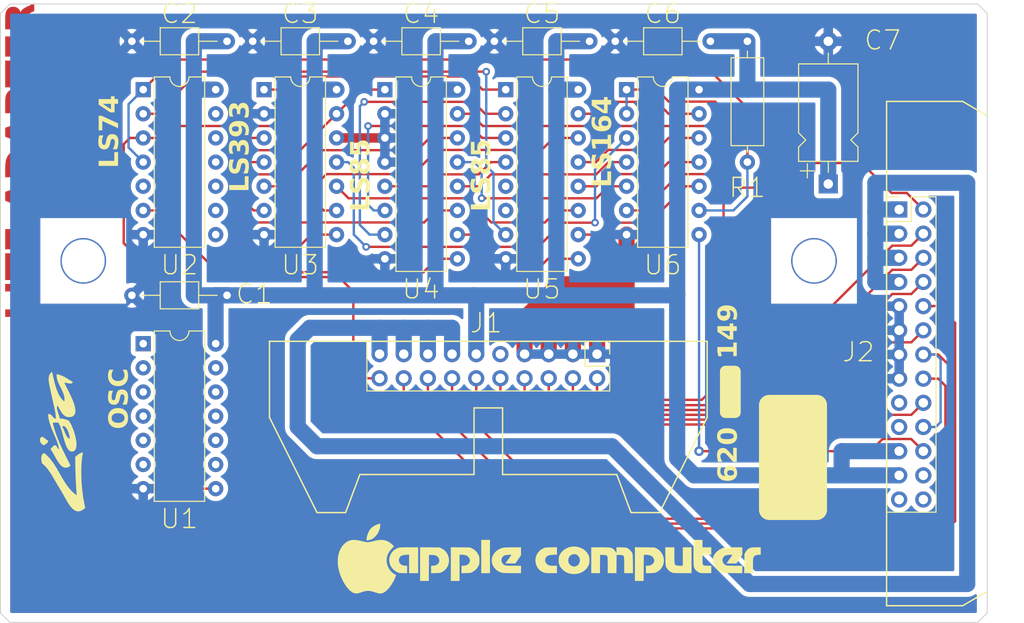
<source format=kicad_pcb>
(kicad_pcb (version 20221018) (generator pcbnew)
  (layers (0 "F.Cu" signal) (31 "B.Cu" signal) (34 "B.Paste" user) (35 "F.Paste" user) (36 "B.SilkS" user "B.Silkscreen") (37 "F.SilkS" user "F.Silkscreen") (38 "B.Mask" user) (39 "F.Mask" user) (44 "Edge.Cuts" user))
  (net 0 "")
  (net 1 "+5V")
  (net 2 "GND")
  (net 3 "+12V")
  (net 4 "Net-(J1-RD)")
  (net 5 "Net-(U2A-~{R})")
  (net 7 "Net-(U1-OUT)")
  (net 8 "Net-(U2A-D)")
  (net 16 "Net-(U3A-Q0)")
  (net 17 "Net-(U3A-Q1)")
  (net 18 "Net-(U3A-Q2)")
  (net 19 "Net-(U3A-Q3)")
  (net 20 "Net-(U3B-Q3)")
  (net 21 "Net-(U3B-Q2)")
  (net 22 "Net-(U3B-Q1)")
  (net 23 "Net-(U3B-Q0)")
  (net 24 "Net-(U4-Oa>b)")
  (net 25 "Net-(U4-Oa=b)")
  (net 26 "Net-(U4-Oa<b)")
  (net 27 "Net-(U4-A0)")
  (net 28 "Net-(U4-A1)")
  (net 29 "Net-(U4-A2)")
  (net 30 "Net-(U4-A3)")
  (net 33 "Net-(U5-A0)")
  (net 34 "Net-(U5-A1)")
  (net 35 "Net-(U5-A2)")
  (net 36 "Net-(U5-A3)")
  (net 37 "Net-(J1-CA0)")
  (net 38 "Net-(J1-CA1)")
  (net 39 "Net-(J1-CA2)")
  (net 40 "Net-(J1-LSTRB)")
  (net 42 "Net-(J1-WRTGATE)")
  (net 43 "Net-(J1-SEL)")
  (net 44 "Net-(J1-ENBL)")
  (net 45 "Net-(J1-WRTDATA)")
  (net 46 "Net-(J1-PWM)")
  (net 49 "Net-(J2-MOTRCLK)")
  (footprint "Package_DIP:DIP-16_W7.62mm" (layer "F.Cu") (at 93.2954 36.335)
    (fp_text reference "U4")
    (fp_text value "74LS85")
  )
  (footprint "Connector_PinHeader_2.54mm:PinHeader_2x10_P2.54mm_Vertical" (layer "F.Cu") (at 115.5954 64.135 -90)
    (fp_text reference "J1")
    (fp_text value "LisaLite FDD Connector")
  )
  (footprint "Capacitor_THT:C_Axial_L3.8mm_D2.6mm_P10.00mm_Horizontal" (layer "F.Cu") (at 117.5054 31.255)
    (fp_text reference "C6")
    (fp_text value "0.1uF 50V\n")
  )
  (footprint "Package_DIP:DIP-14_W7.62mm" (layer "F.Cu") (at 67.8954 36.335)
    (fp_text reference "U2")
    (fp_text value "74LS74")
  )
  (footprint "LOGO" (layer "F.Cu") (at 59.4232 73.3344 90)
    (fp_text reference "G***" hide)
    (fp_text value "LOGO" hide)
  )
  (footprint "LOGO" (layer "F.Cu") (at 110.528 85.7296)
    (fp_text reference "G***" hide)
    (fp_text value "LOGO" hide)
  )
  (footprint "Package_DIP:DIP-14_W7.62mm" (layer "F.Cu") (at 118.6954 36.335)
    (fp_text reference "U6")
    (fp_text value "74LS164")
  )
  (footprint "Resistor_THT:R_Axial_DIN0309_L9.0mm_D3.2mm_P12.70mm_Horizontal" (layer "F.Cu") (at 131.3954 31.255 -90)
    (fp_text reference "R1")
    (fp_text value "3.3K")
  )
  (footprint "Package_DIP:DIP-14_W7.62mm" (layer "F.Cu") (at 67.8954 63.035)
    (fp_text reference "U1")
    (fp_text value "5MHz XTAL")
  )
  (footprint "Capacitor_THT:CP_Axial_L10.0mm_D6.0mm_P15.00mm_Horizontal" (layer "F.Cu") (at 139.8954 46.255 90)
    (fp_text reference "C7")
    (fp_text value "10uF 16V")
  )
  (footprint "Capacitor_THT:C_Axial_L3.8mm_D2.6mm_P10.00mm_Horizontal" (layer "F.Cu") (at 104.8054 31.255)
    (fp_text reference "C5")
    (fp_text value "0.1uF 50V\n")
  )
  (footprint "Connector_PinHeader_2.54mm:PinHeader_2x13_P2.54mm_Vertical" (layer "F.Cu") (at 147.3454 48.935)
    (fp_text reference "J2")
    (fp_text value "LisaLite Twiggy Port Connector")
  )
  (footprint "Package_DIP:DIP-14_W7.62mm" (layer "F.Cu") (at 80.5954 36.335)
    (fp_text reference "U3")
    (fp_text value "74LS393")
  )
  (footprint "Capacitor_THT:C_Axial_L3.8mm_D2.6mm_P10.00mm_Horizontal" (layer "F.Cu") (at 66.7054 57.955)
    (fp_text reference "C1")
    (fp_text value "0.1uF 50V\n")
  )
  (footprint "Capacitor_THT:C_Axial_L3.8mm_D2.6mm_P10.00mm_Horizontal" (layer "F.Cu") (at 79.4054 31.255)
    (fp_text reference "C3")
    (fp_text value "0.1uF 50V\n")
  )
  (footprint "Package_DIP:DIP-16_W7.62mm" (layer "F.Cu") (at 105.9954 36.335)
    (fp_text reference "U5")
    (fp_text value "74LS85")
  )
  (footprint "Capacitor_THT:C_Axial_L3.8mm_D2.6mm_P10.00mm_Horizontal" (layer "F.Cu") (at 66.7054 31.255)
    (fp_text reference "C2")
    (fp_text value "0.1uF 50V\n")
  )
  (footprint "Capacitor_THT:C_Axial_L3.8mm_D2.6mm_P10.00mm_Horizontal" (layer "F.Cu") (at 92.1054 31.255)
    (fp_text reference "C4")
    (fp_text value "0.1uF 50V\n")
  )
  (gr_line (start 154.0246 37.5764) (end 156.5656 39.0764) (stroke (width 0.15)) (layer "F.SilkS"))
  (gr_line (start 105.6654 76.7888) (end 105.6654 69.7888) (stroke (width 0.15)) (layer "F.SilkS"))
  (gr_line (start 127.1654 70.7888) (end 122.1654 80.7888) (stroke (width 0.15)) (layer "F.SilkS"))
  (gr_line (start 102.6654 76.7888) (end 102.6654 69.7888) (stroke (width 0.15)) (layer "F.SilkS"))
  (gr_line (start 154.0246 90.5764) (end 156.5656 89.0778) (stroke (width 0.15)) (layer "F.SilkS"))
  (gr_line (start 81.1654 62.7888) (end 127.1654 62.7888) (stroke (width 0.15)) (layer "F.SilkS"))
  (gr_line (start 102.6654 69.7888) (end 105.6654 69.7888) (stroke (width 0.15)) (layer "F.SilkS"))
  (gr_line (start 119.1654 80.7888) (end 122.1654 80.7888) (stroke (width 0.15)) (layer "F.SilkS"))
  (gr_line (start 81.1654 62.7888) (end 81.1654 70.7888) (stroke (width 0.15)) (layer "F.SilkS"))
  (gr_line (start 89.1654 80.7888) (end 90.6654 76.7888) (stroke (width 0.15)) (layer "F.SilkS"))
  (gr_poly (pts (arc (start 130.6194 65.943) (mid 130.47061 65.58379) (end 130.1114 65.435)) (arc (start 129.0954 65.435) (mid 128.73619 65.58379) (end 128.5874 65.943)) (arc (start 128.5874 70.261) (mid 128.73619 70.62021) (end 129.0954 70.769)) (arc (start 130.1114 70.769) (mid 130.47061 70.62021) (end 130.6194 70.261))) (stroke (width 0.15)) (fill solid) (layer "F.SilkS"))
  (gr_line (start 146.0246 37.5764) (end 154.0246 37.5764) (stroke (width 0.15)) (layer "F.SilkS"))
  (gr_line (start 127.1654 62.7888) (end 127.1654 70.7888) (stroke (width 0.15)) (layer "F.SilkS"))
  (gr_line (start 105.6654 76.7888) (end 117.6654 76.7888) (stroke (width 0.15)) (layer "F.SilkS"))
  (gr_line (start 146.0246 90.5764) (end 146.0246 37.5764) (stroke (width 0.15)) (layer "F.SilkS"))
  (gr_poly (pts (arc (start 138.6872 81.4934) (mid 139.394306 81.200506) (end 139.6872 80.4934)) (arc (start 139.6872 69.4934) (mid 139.394307 68.786293) (end 138.6872 68.4934)) (arc (start 133.6872 68.4934) (mid 132.980093 68.786294) (end 132.6872 69.4934)) (arc (start 132.6872 80.4934) (mid 132.980094 81.200507) (end 133.6872 81.4934))) (stroke (width 0.15)) (fill solid) (layer "F.SilkS"))
  (gr_line (start 90.6654 76.7888) (end 102.6654 76.7888) (stroke (width 0.15)) (layer "F.SilkS"))
  (gr_line (start 146.0246 90.5764) (end 154.0246 90.5764) (stroke (width 0.15)) (layer "F.SilkS"))
  (gr_line (start 81.1654 70.7888) (end 86.1654 80.7888) (stroke (width 0.15)) (layer "F.SilkS"))
  (gr_line (start 86.1654 80.7888) (end 89.1654 80.7888) (stroke (width 0.15)) (layer "F.SilkS"))
  (gr_line (start 119.1654 80.7888) (end 117.6654 76.7888) (stroke (width 0.15)) (layer "F.SilkS"))
  (gr_line (start 52.8954 91.335) (end 52.8954 28.335) (stroke (width 0.1)) (layer "Edge.Cuts"))
  (gr_line (start 53.8954 27.335) (end 155.5954 27.335) (stroke (width 0.1)) (layer "Edge.Cuts"))
  (gr_line (start 155.5954 27.335) (end 156.5954 28.335) (stroke (width 0.1)) (layer "Edge.Cuts"))
  (gr_line (start 156.5954 28.335) (end 156.5954 91.335) (stroke (width 0.1)) (layer "Edge.Cuts"))
  (gr_line (start 155.5954 92.335) (end 53.8954 92.335) (stroke (width 0.1)) (layer "Edge.Cuts"))
  (gr_line (start 53.8954 27.335) (end 52.8954 28.335) (stroke (width 0.1)) (layer "Edge.Cuts"))
  (gr_line (start 52.8954 91.335) (end 53.8954 92.335) (stroke (width 0.1)) (layer "Edge.Cuts"))
  (gr_line (start 155.5954 92.335) (end 156.5954 91.335) (stroke (width 0.1)) (layer "Edge.Cuts"))
  (gr_text "LITE ADAPTER" (at 56.9594 60.609 90) (layer "F.Cu") (effects (font (size 3 3) (thickness 0.3) bold) (justify left bottom)))
  (gr_text "©   1983" (at 66.6114 91.597) (layer "F.Cu") (effects (font (size 2.5 2.5) (thickness 0.3) bold) (justify left bottom)))
  (gr_text "820-4043-A" (at 59.2454 88.295) (layer "F.Cu") (effects (font (size 2.5 2.5) (thickness 0.3) bold) (justify left bottom)))
  (gr_text "LS85" (at 104.7114 49.179 90) (layer "F.SilkS") (effects (font (size 2 2) (thickness 0.3) bold) (justify left bottom)))
  (gr_text "LS85" (at 92.0114 49.179 90) (layer "F.SilkS") (effects (font (size 2 2) (thickness 0.3) bold) (justify left bottom)))
  (gr_text "LS164" (at 117.4114 46.639 90) (layer "F.SilkS") (effects (font (size 2 2) (thickness 0.3) bold) (justify left bottom)))
  (gr_text "LS393" (at 79.3114 47.147 90) (layer "F.SilkS") (effects (font (size 2 2) (thickness 0.3) bold) (justify left bottom)))
  (gr_text "OSC" (at 66.6114 72.039 90) (layer "F.SilkS") (effects (font (size 2 2) (thickness 0.3) bold) (justify left bottom)))
  (gr_text "620 -" (at 130.6194 77.627 90) (layer "F.SilkS") (effects (font (size 2 2) (thickness 0.3) bold) (justify left bottom)))
  (gr_text "LS74" (at 65.5954 44.607 90) (layer "F.SilkS") (effects (font (size 2 2) (thickness 0.3) bold) (justify left bottom)))
  (gr_text "149" (at 130.6194 64.673 90) (layer "F.SilkS") (effects (font (size 2 2) (thickness 0.3) bold) (justify left bottom)))
  (via (at 61.5954 54.335) (size 4.8) (drill 4.5) (layers "F.Cu" "B.Cu") (net 0))
  (via (at 138.3954 54.335) (size 4.8) (drill 4.5) (layers "F.Cu" "B.Cu") (net 0))
  (segment (start 111.3154 36.335) (end 111.3154 31.255) (width 1.7) (layer "B.Cu") (net 1))
  (segment (start 124.0154 36.335) (end 126.3154 36.335) (width 1.7) (layer "B.Cu") (net 1))
  (segment (start 147.3454 76.875) (end 141.2974 76.875) (width 1.7) (layer "B.Cu") (net 1))
  (segment (start 111.3154 31.255) (end 114.8054 31.255) (width 1.7) (layer "B.Cu") (net 1))
  (segment (start 85.9154 36.335) (end 85.9154 31.255) (width 1.7) (layer "B.Cu") (net 1))
  (segment (start 111.3154 36.335) (end 113.6154 36.335) (width 1.7) (layer "B.Cu") (net 1))
  (segment (start 76.7054 57.955) (end 73.2154 57.955) (width 1.7) (layer "B.Cu") (net 1))
  (segment (start 76.7054 57.955) (end 75.5014 57.955) (width 1.7) (layer "B.Cu") (net 1))
  (segment (start 102.6032 57.955) (end 102.8954 58.2472) (width 1.7) (layer "B.Cu") (net 1))
  (segment (start 98.6154 36.335) (end 98.6154 31.255) (width 1.7) (layer "B.Cu") (net 1))
  (segment (start 131.3954 31.255) (end 127.5054 31.255) (width 1.7) (layer "B.Cu") (net 1))
  (segment (start 85.9154 57.955) (end 85.9154 36.335) (width 1.7) (layer "B.Cu") (net 1))
  (segment (start 141.2974 74.335) (end 141.2974 76.875) (width 1.7) (layer "B.Cu") (net 1))
  (segment (start 139.8954 36.335) (end 139.8954 46.255) (width 1.7) (layer "B.Cu") (net 1))
  (segment (start 73.2154 36.269) (end 73.2154 31.255) (width 1.7) (layer "B.Cu") (net 1))
  (segment (start 141.2974 76.875) (end 125.8034 76.875) (width 1.7) (layer "B.Cu") (net 1))
  (segment (start 73.2154 57.955) (end 73.2154 36.269) (width 1.7) (layer "B.Cu") (net 1))
  (segment (start 130.8734 36.335) (end 139.8954 36.335) (width 1.7) (layer "B.Cu") (net 1))
  (segment (start 73.2814 36.335) (end 75.5154 36.335) (width 1.7) (layer "B.Cu") (net 1))
  (segment (start 85.9154 36.335) (end 88.2154 36.335) (width 1.7) (layer "B.Cu") (net 1))
  (segment (start 131.3954 36.335) (end 131.3954 31.255) (width 1.7) (layer "B.Cu") (net 1))
  (segment (start 124.0154 75.087) (end 124.0154 57.815) (width 1.7) (layer "B.Cu") (net 1))
  (segment (start 147.3454 74.335) (end 141.2974 74.335) (width 1.7) (layer "B.Cu") (net 1))
  (segment (start 98.6154 31.255) (end 102.1054 31.255) (width 1.7) (layer "B.Cu") (net 1))
  (segment (start 75.5014 63.021) (end 75.5154 63.035) (width 1.7) (layer "B.Cu") (net 1))
  (segment (start 126.3154 36.335) (end 130.8734 36.335) (width 1.7) (layer "B.Cu") (net 1))
  (segment (start 124.0154 57.815) (end 124.0154 36.335) (width 1.7) (layer "B.Cu") (net 1))
  (segment (start 98.6154 36.335) (end 100.9154 36.335) (width 1.7) (layer "B.Cu") (net 1))
  (segment (start 102.8954 58.2472) (end 102.8954 64.135) (width 1.7) (layer "B.Cu") (net 1))
  (segment (start 125.8034 76.875) (end 124.0154 75.087) (width 1.7) (layer "B.Cu") (net 1))
  (segment (start 73.2154 31.255) (end 76.7054 31.255) (width 1.7) (layer "B.Cu") (net 1))
  (segment (start 111.3154 57.955) (end 111.3154 36.335) (width 1.7) (layer "B.Cu") (net 1))
  (segment (start 75.5014 57.955) (end 75.5014 63.021) (width 1.7) (layer "B.Cu") (net 1))
  (segment (start 123.8754 57.955) (end 124.0154 57.815) (width 1.7) (layer "B.Cu") (net 1))
  (segment (start 98.6154 57.955) (end 98.6154 36.335) (width 1.7) (layer "B.Cu") (net 1))
  (segment (start 76.7054 57.955) (end 123.8754 57.955) (width 1.7) (layer "B.Cu") (net 1))
  (segment (start 85.9154 31.255) (end 89.4054 31.255) (width 1.7) (layer "B.Cu") (net 1))
  (segment (start 88.2154 41.415) (end 93.2954 41.415) (width 1) (layer "F.Cu") (net 2))
  (segment (start 118.6954 55.783) (end 117.6794 56.799) (width 1.7) (layer "F.Cu") (net 2))
  (segment (start 113.0934 56.799) (end 111.5694 56.799) (width 1.7) (layer "F.Cu") (net 2))
  (segment (start 117.6794 56.799) (end 113.0934 56.799) (width 1.7) (layer "F.Cu") (net 2))
  (segment (start 115.5954 62.391) (end 115.5954 64.135) (width 1.7) (layer "F.Cu") (net 2))
  (segment (start 118.6954 59.291) (end 115.5954 62.391) (width 1.7) (layer "F.Cu") (net 2))
  (segment (start 111.5694 56.799) (end 107.9754 60.393) (width 1.7) (layer "F.Cu") (net 2))
  (segment (start 113.0554 62.391) (end 113.0554 64.135) (width 1.7) (layer "F.Cu") (net 2))
  (segment (start 118.6954 51.575) (end 118.6954 56.799) (width 1.7) (layer "F.Cu") (net 2))
  (segment (start 107.9754 60.393) (end 107.9754 64.135) (width 1.7) (layer "F.Cu") (net 2))
  (segment (start 118.6954 56.799) (end 118.6954 59.291) (width 1.7) (layer "F.Cu") (net 2))
  (segment (start 108.3604 62.006) (end 115.9804 62.006) (width 1.7) (layer "F.Cu") (net 2))
  (segment (start 110.5154 62.391) (end 110.5154 64.135) (width 1.7) (layer "F.Cu") (net 2))
  (segment (start 86.1694 73.817) (end 117.1574 73.817) (width 1.7) (layer "B.Cu") (net 3))
  (segment (start 97.8154 61.371) (end 97.8154 64.135) (width 1.7) (layer "B.Cu") (net 3))
  (segment (start 144.8534 56.555) (end 147.3454 56.555) (width 1.7) (layer "B.Cu") (net 3))
  (segment (start 144.8434 51.465) (end 144.8434 54.005) (width 1.7) (layer "B.Cu") (net 3))
  (segment (start 144.8534 51.475) (end 147.3454 51.475) (width 1.7) (layer "B.Cu") (net 3))
  (segment (start 144.8434 49.179) (end 144.8434 51.465) (width 1.7) (layer "B.Cu") (net 3))
  (segment (start 145.0874 48.935) (end 147.3454 48.935) (width 1.7) (layer "B.Cu") (net 3))
  (segment (start 95.2754 61.371) (end 95.2754 64.135) (width 1.7) (layer "B.Cu") (net 3))
  (segment (start 144.8434 46.131) (end 144.8434 49.179) (width 1.7) (layer "B.Cu") (net 3))
  (segment (start 144.8434 54.005) (end 144.8534 54.015) (width 1.7) (layer "B.Cu") (net 3))
  (segment (start 131.6354 88.295) (end 154.4954 88.295) (width 1.7) (layer "B.Cu") (net 3))
  (segment (start 117.1574 73.817) (end 131.6354 88.295) (width 1.7) (layer "B.Cu") (net 3))
  (segment (start 154.4954 88.295) (end 154.4954 46.131) (width 1.7) (layer "B.Cu") (net 3))
  (segment (start 144.8434 51.465) (end 144.8534 51.475) (width 1.7) (layer "B.Cu") (net 3))
  (segment (start 100.3554 61.371) (end 85.4074 61.371) (width 1.7) (layer "B.Cu") (net 3))
  (segment (start 144.8534 54.015) (end 147.3454 54.015) (width 1.7) (layer "B.Cu") (net 3))
  (segment (start 144.8434 54.005) (end 144.8434 56.545) (width 1.7) (layer "B.Cu") (net 3))
  (segment (start 84.1374 62.641) (end 84.1374 71.785) (width 1.7) (layer "B.Cu") (net 3))
  (segment (start 144.8434 56.545) (end 144.8534 56.555) (width 1.7) (layer "B.Cu") (net 3))
  (segment (start 84.1374 71.785) (end 86.1694 73.817) (width 1.7) (layer "B.Cu") (net 3))
  (segment (start 85.4074 61.371) (end 84.1374 62.641) (width 1.7) (layer "B.Cu") (net 3))
  (segment (start 154.4954 46.131) (end 144.8434 46.131) (width 1.7) (layer "B.Cu") (net 3))
  (segment (start 100.3554 61.371) (end 100.3554 64.135) (width 1.7) (layer "B.Cu") (net 3))
  (segment (start 144.8434 49.179) (end 145.0874 48.935) (width 1.7) (layer "B.Cu") (net 3))
  (segment (start 92.7354 61.371) (end 92.7354 64.135) (width 1.7) (layer "B.Cu") (net 3))
  (segment (start 151.4574 64.175) (end 149.8854 64.175) (width 0.25) (layer "F.Cu") (net 4))
  (segment (start 152.7174 81.183) (end 152.7174 65.435) (width 0.25) (layer "F.Cu") (net 4))
  (segment (start 97.8154 68.953) (end 110.8074 81.945) (width 0.25) (layer "F.Cu") (net 4))
  (segment (start 110.8074 81.945) (end 151.9554 81.945) (width 0.25) (layer "F.Cu") (net 4))
  (segment (start 97.8154 66.675) (end 97.8154 68.953) (width 0.25) (layer "F.Cu") (net 4))
  (segment (start 151.9554 81.945) (end 152.7174 81.183) (width 0.25) (layer "F.Cu") (net 4))
  (segment (start 152.7174 65.435) (end 151.4574 64.175) (width 0.25) (layer "F.Cu") (net 4))
  (segment (start 151.1834 71.795) (end 151.7014 71.277) (width 0.25) (layer "B.Cu") (net 4))
  (segment (start 151.7014 64.673) (end 151.2034 64.175) (width 0.25) (layer "B.Cu") (net 4))
  (segment (start 151.7014 71.277) (end 151.7014 64.673) (width 0.25) (layer "B.Cu") (net 4))
  (segment (start 149.8854 71.795) (end 151.1834 71.795) (width 0.25) (layer "B.Cu") (net 4))
  (segment (start 151.2034 64.175) (end 149.8854 64.175) (width 0.25) (layer "B.Cu") (net 4))
  (segment (start 71.0534 33.177) (end 126.3014 33.177) (width 0.25) (layer "F.Cu") (net 5))
  (segment (start 126.3014 33.177) (end 131.3954 38.271) (width 0.25) (layer "F.Cu") (net 5))
  (segment (start 67.8954 36.335) (end 71.0534 33.177) (width 0.25) (layer "F.Cu") (net 5))
  (segment (start 131.3954 38.271) (end 131.3954 43.955) (width 0.25) (layer "F.Cu") (net 5))
  (segment (start 67.8954 36.335) (end 66.3574 37.873) (width 0.25) (layer "B.Cu") (net 5))
  (segment (start 131.3954 47.5648) (end 129.9252 49.035) (width 0.25) (layer "B.Cu") (net 5))
  (segment (start 66.3574 37.873) (end 66.3574 42.417) (width 0.25) (layer "B.Cu") (net 5))
  (segment (start 131.3954 43.955) (end 131.3954 47.5648) (width 0.25) (layer "B.Cu") (net 5))
  (segment (start 66.3574 42.417) (end 67.8954 43.955) (width 0.25) (layer "B.Cu") (net 5))
  (segment (start 129.9252 49.035) (end 126.3154 49.035) (width 0.25) (layer "B.Cu") (net 5))
  (segment (start 81.9784 40.162) (end 82.3594 39.781) (width 0.25) (layer "F.Cu") (net 7))
  (segment (start 67.8954 41.415) (end 66.5014 41.415) (width 0.25) (layer "F.Cu") (net 7))
  (segment (start 65.8494 52.481) (end 71.6914 58.323) (width 0.25) (layer "F.Cu") (net 7))
  (segment (start 73.8634 78.275) (end 75.5154 78.275) (width 0.25) (layer "F.Cu") (net 7))
  (segment (start 70.0574 41.415) (end 71.3104 40.162) (width 0.25) (layer "F.Cu") (net 7))
  (segment (start 65.8494 42.067) (end 65.8494 52.481) (width 0.25) (layer "F.Cu") (net 7))
  (segment (start 71.6914 76.103) (end 73.8634 78.275) (width 0.25) (layer "F.Cu") (net 7))
  (segment (start 71.3104 40.162) (end 81.9784 40.162) (width 0.25) (layer "F.Cu") (net 7))
  (segment (start 67.8954 41.415) (end 70.0574 41.415) (width 0.25) (layer "F.Cu") (net 7))
  (segment (start 66.5014 41.415) (end 65.8494 42.067) (width 0.25) (layer "F.Cu") (net 7))
  (segment (start 82.3594 39.781) (end 82.3594 36.733) (width 0.25) (layer "F.Cu") (net 7))
  (segment (start 71.6914 58.323) (end 71.6914 76.103) (width 0.25) (layer "F.Cu") (net 7))
  (segment (start 81.9614 36.335) (end 80.5954 36.335) (width 0.25) (layer "F.Cu") (net 7))
  (segment (start 82.3594 36.733) (end 81.9614 36.335) (width 0.25) (layer "F.Cu") (net 7))
  (segment (start 73.7234 34.447) (end 103.9494 34.447) (width 0.25) (layer "F.Cu") (net 8))
  (segment (start 69.2954 38.875) (end 73.7234 34.447) (width 0.25) (layer "F.Cu") (net 8))
  (segment (start 67.8954 38.875) (end 69.2954 38.875) (width 0.25) (layer "F.Cu") (net 8))
  (via (at 103.9494 34.447) (size 0.8) (drill 0.4) (layers "F.Cu" "B.Cu") (net 8))
  (segment (start 104.7114 45.115) (end 104.7114 50.291) (width 0.25) (layer "B.Cu") (net 8))
  (segment (start 103.9494 44.353) (end 104.7114 45.115) (width 0.25) (layer "B.Cu") (net 8))
  (segment (start 103.9494 34.447) (end 103.9494 44.353) (width 0.25) (layer "B.Cu") (net 8))
  (segment (start 104.7114 50.291) (end 105.9954 51.575) (width 0.25) (layer "B.Cu") (net 8))
  (segment (start 79.0574 55.529) (end 97.3454 55.529) (width 0.25) (layer "F.Cu") (net 16))
  (segment (start 98.7594 54.115) (end 100.9154 54.115) (width 0.25) (layer "F.Cu") (net 16))
  (segment (start 77.9314 41.415) (end 77.2794 42.067) (width 0.25) (layer "F.Cu") (net 16))
  (segment (start 97.3454 55.529) (end 98.7594 54.115) (width 0.25) (layer "F.Cu") (net 16))
  (segment (start 77.2794 53.751) (end 79.0574 55.529) (width 0.25) (layer "F.Cu") (net 16))
  (segment (start 80.5954 41.415) (end 77.9314 41.415) (width 0.25) (layer "F.Cu") (net 16))
  (segment (start 77.2794 42.067) (end 77.2794 53.751) (width 0.25) (layer "F.Cu") (net 16))
  (segment (start 98.6832 49.035) (end 100.9154 49.035) (width 0.25) (layer "F.Cu") (net 17))
  (segment (start 97.4216 50.2966) (end 98.6832 49.035) (width 0.25) (layer "F.Cu") (net 17))
  (segment (start 80.5954 43.955) (end 79.0998 43.955) (width 0.25) (layer "F.Cu") (net 17))
  (segment (start 79.0998 43.955) (end 78.2374 44.8174) (width 0.25) (layer "F.Cu") (net 17))
  (segment (start 78.2374 44.8174) (end 78.2374 49.4258) (width 0.25) (layer "F.Cu") (net 17))
  (segment (start 78.2374 49.4258) (end 79.1082 50.2966) (width 0.25) (layer "F.Cu") (net 17))
  (segment (start 79.1082 50.2966) (end 97.4216 50.2966) (width 0.25) (layer "F.Cu") (net 17))
  (segment (start 82.859 46.495) (end 86.652 42.702) (width 0.25) (layer "F.Cu") (net 18))
  (segment (start 86.652 42.702) (end 96.7104 42.702) (width 0.25) (layer "F.Cu") (net 18))
  (segment (start 96.7104 42.702) (end 97.9974 41.415) (width 0.25) (layer "F.Cu") (net 18))
  (segment (start 97.9974 41.415) (end 100.9154 41.415) (width 0.25) (layer "F.Cu") (net 18))
  (segment (start 80.5954 46.495) (end 82.859 46.495) (width 0.25) (layer "F.Cu") (net 18))
  (segment (start 79.4976 49.035) (end 78.9558 48.4932) (width 0.25) (layer "F.Cu") (net 19))
  (segment (start 81.8484 45.242) (end 88.2154 38.875) (width 0.25) (layer "F.Cu") (net 19))
  (segment (start 78.9558 45.8262) (end 79.54 45.242) (width 0.25) (layer "F.Cu") (net 19))
  (segment (start 80.5954 49.035) (end 79.4976 49.035) (width 0.25) (layer "F.Cu") (net 19))
  (segment (start 79.54 45.242) (end 81.8484 45.242) (width 0.25) (layer "F.Cu") (net 19))
  (segment (start 88.2154 38.875) (end 90.7554 36.335) (width 0.25) (layer "F.Cu") (net 19))
  (segment (start 78.9558 48.4932) (end 78.9558 45.8262) (width 0.25) (layer "F.Cu") (net 19))
  (segment (start 90.7554 36.335) (end 93.2954 36.335) (width 0.25) (layer "F.Cu") (net 19))
  (segment (start 82.8674 41.305) (end 81.4704 42.702) (width 0.25) (layer "F.Cu") (net 20))
  (segment (start 83.6294 53.497) (end 85.5514 51.575) (width 0.25) (layer "F.Cu") (net 20))
  (segment (start 102.1714 34.955) (end 84.1374 34.955) (width 0.25) (layer "F.Cu") (net 20))
  (segment (start 105.9954 36.335) (end 103.5514 36.335) (width 0.25) (layer "F.Cu") (net 20))
  (segment (start 79.3114 53.497) (end 83.6294 53.497) (width 0.25) (layer "F.Cu") (net 20))
  (segment (start 84.1374 34.955) (end 82.8674 36.225) (width 0.25) (layer "F.Cu") (net 20))
  (segment (start 81.4704 42.702) (end 78.6256 42.702) (width 0.25) (layer "F.Cu") (net 20))
  (segment (start 78.6256 42.702) (end 77.7874 43.5402) (width 0.25) (layer "F.Cu") (net 20))
  (segment (start 77.7874 43.5402) (end 77.7874 51.973) (width 0.25) (layer "F.Cu") (net 20))
  (segment (start 77.7874 51.973) (end 79.3114 53.497) (width 0.25) (layer "F.Cu") (net 20))
  (segment (start 82.8674 36.225) (end 82.8674 41.305) (width 0.25) (layer "F.Cu") (net 20))
  (segment (start 103.5514 36.335) (end 102.1714 34.955) (width 0.25) (layer "F.Cu") (net 20))
  (segment (start 85.5514 51.575) (end 88.2154 51.575) (width 0.25) (layer "F.Cu") (net 20))
  (segment (start 86.8636 49.035) (end 86.3218 48.4932) (width 0.25) (layer "F.Cu") (net 21))
  (segment (start 86.3218 48.4932) (end 86.3218 46.0548) (width 0.25) (layer "F.Cu") (net 21))
  (segment (start 109.766 42.6766) (end 111.0276 41.415) (width 0.25) (layer "F.Cu") (net 21))
  (segment (start 87.16 45.2166) (end 96.2786 45.2166) (width 0.25) (layer "F.Cu") (net 21))
  (segment (start 86.3218 46.0548) (end 87.16 45.2166) (width 0.25) (layer "F.Cu") (net 21))
  (segment (start 98.8186 42.6766) (end 109.766 42.6766) (width 0.25) (layer "F.Cu") (net 21))
  (segment (start 111.0276 41.415) (end 113.6154 41.415) (width 0.25) (layer "F.Cu") (net 21))
  (segment (start 96.2786 45.2166) (end 98.8186 42.6766) (width 0.25) (layer "F.Cu") (net 21))
  (segment (start 88.2154 49.035) (end 86.8636 49.035) (width 0.25) (layer "F.Cu") (net 21))
  (segment (start 89.477 47.7566) (end 101.9428 47.7566) (width 0.25) (layer "F.Cu") (net 22))
  (segment (start 110.1216 50.2966) (end 111.3832 49.035) (width 0.25) (layer "F.Cu") (net 22))
  (segment (start 101.9428 47.7566) (end 104.4828 50.2966) (width 0.25) (layer "F.Cu") (net 22))
  (segment (start 104.4828 50.2966) (end 110.1216 50.2966) (width 0.25) (layer "F.Cu") (net 22))
  (segment (start 88.2154 46.495) (end 89.477 47.7566) (width 0.25) (layer "F.Cu") (net 22))
  (segment (start 111.3832 49.035) (end 113.6154 49.035) (width 0.25) (layer "F.Cu") (net 22))
  (segment (start 110.4434 54.115) (end 113.6154 54.115) (width 0.25) (layer "F.Cu") (net 23))
  (segment (start 108.7754 55.783) (end 110.4434 54.115) (width 0.25) (layer "F.Cu") (net 23))
  (segment (start 105.2448 55.783) (end 108.7754 55.783) (width 0.25) (layer "F.Cu") (net 23))
  (segment (start 91.3256 52.862) (end 102.3238 52.862) (width 0.25) (layer "F.Cu") (net 23))
  (segment (start 102.3238 52.862) (end 105.2448 55.783) (width 0.25) (layer "F.Cu") (net 23))
  (via (at 91.3256 52.862) (size 0.8) (drill 0.4) (layers "F.Cu" "B.Cu") (net 23))
  (segment (start 91.3256 52.862) (end 90.0302 51.5666) (width 0.25) (layer "B.Cu") (net 23))
  (segment (start 89.429 43.955) (end 88.2154 43.955) (width 0.25) (layer "B.Cu") (net 23))
  (segment (start 90.0302 51.5666) (end 90.0302 44.5562) (width 0.25) (layer "B.Cu") (net 23))
  (segment (start 90.0302 44.5562) (end 89.429 43.955) (width 0.25) (layer "B.Cu") (net 23))
  (segment (start 103.162 45.242) (end 104.449 43.955) (width 0.25) (layer "F.Cu") (net 24))
  (segment (start 93.2954 46.495) (end 97.8958 46.495) (width 0.25) (layer "F.Cu") (net 24))
  (segment (start 99.1488 45.242) (end 103.162 45.242) (width 0.25) (layer "F.Cu") (net 24))
  (segment (start 104.449 43.955) (end 105.9954 43.955) (width 0.25) (layer "F.Cu") (net 24))
  (segment (start 97.8958 46.495) (end 99.1488 45.242) (width 0.25) (layer "F.Cu") (net 24))
  (segment (start 91.5288 40.162) (end 102.273 40.162) (width 0.25) (layer "F.Cu") (net 25))
  (segment (start 103.526 41.415) (end 105.9954 41.415) (width 0.25) (layer "F.Cu") (net 25))
  (segment (start 102.273 40.162) (end 103.526 41.415) (width 0.25) (layer "F.Cu") (net 25))
  (via (at 91.5288 40.162) (size 0.8) (drill 0.4) (layers "F.Cu" "B.Cu") (net 25))
  (segment (start 92.1214 49.035) (end 93.2954 49.035) (width 0.25) (layer "B.Cu") (net 25))
  (segment (start 91.5288 48.4424) (end 92.1214 49.035) (width 0.25) (layer "B.Cu") (net 25))
  (segment (start 91.5288 40.162) (end 91.5288 48.4424) (width 0.25) (layer "B.Cu") (net 25))
  (segment (start 103.8308 38.875) (end 105.9954 38.875) (width 0.25) (layer "F.Cu") (net 26))
  (segment (start 102.5778 37.622) (end 103.8308 38.875) (width 0.25) (layer "F.Cu") (net 26))
  (segment (start 91.1224 37.622) (end 102.5778 37.622) (width 0.25) (layer "F.Cu") (net 26))
  (via (at 91.1224 37.622) (size 0.8) (drill 0.4) (layers "F.Cu" "B.Cu") (net 26))
  (segment (start 90.6652 38.0792) (end 90.6652 50.5506) (width 0.25) (layer "B.Cu") (net 26))
  (segment (start 90.6652 50.5506) (end 91.6896 51.575) (width 0.25) (layer "B.Cu") (net 26))
  (segment (start 91.6896 51.575) (end 93.2954 51.575) (width 0.25) (layer "B.Cu") (net 26))
  (segment (start 91.1224 37.622) (end 90.6652 38.0792) (width 0.25) (layer "B.Cu") (net 26))
  (segment (start 115.3794 50.322) (end 111.9504 50.322) (width 0.25) (layer "F.Cu") (net 27))
  (segment (start 102.2814 51.575) (end 100.9154 51.575) (width 0.25) (layer "F.Cu") (net 27))
  (segment (start 109.4104 52.862) (end 103.5684 52.862) (width 0.25) (layer "F.Cu") (net 27))
  (segment (start 103.5684 52.862) (end 102.2814 51.575) (width 0.25) (layer "F.Cu") (net 27))
  (segment (start 111.9504 50.322) (end 109.4104 52.862) (width 0.25) (layer "F.Cu") (net 27))
  (via (at 115.3794 50.322) (size 0.8) (drill 0.4) (layers "F.Cu" "B.Cu") (net 27))
  (segment (start 115.3794 44.731) (end 118.6954 41.415) (width 0.25) (layer "B.Cu") (net 27))
  (segment (start 115.3794 50.322) (end 115.3794 44.731) (width 0.25) (layer "B.Cu") (net 27))
  (segment (start 103.2044 46.495) (end 104.4574 45.242) (width 0.25) (layer "F.Cu") (net 28))
  (segment (start 100.9154 46.495) (end 103.2044 46.495) (width 0.25) (layer "F.Cu") (net 28))
  (segment (start 116.7934 43.955) (end 118.6954 43.955) (width 0.25) (layer "F.Cu") (net 28))
  (segment (start 115.5064 45.242) (end 116.7934 43.955) (width 0.25) (layer "F.Cu") (net 28))
  (segment (start 104.4574 45.242) (end 115.5064 45.242) (width 0.25) (layer "F.Cu") (net 28))
  (segment (start 116.7934 46.495) (end 118.6954 46.495) (width 0.25) (layer "F.Cu") (net 29))
  (segment (start 115.5318 47.7566) (end 116.7934 46.495) (width 0.25) (layer "F.Cu") (net 29))
  (segment (start 103.4668 47.7566) (end 115.5318 47.7566) (width 0.25) (layer "F.Cu") (net 29))
  (via (at 103.4668 47.7566) (size 0.8) (drill 0.4) (layers "F.Cu" "B.Cu") (net 29))
  (segment (start 102.6878 43.955) (end 100.9154 43.955) (width 0.25) (layer "B.Cu") (net 29))
  (segment (start 103.4668 47.7566) (end 103.4668 44.734) (width 0.25) (layer "B.Cu") (net 29))
  (segment (start 103.4668 44.734) (end 102.6878 43.955) (width 0.25) (layer "B.Cu") (net 29))
  (segment (start 124.244 45.2166) (end 120.4256 49.035) (width 0.25) (layer "F.Cu") (net 30))
  (segment (start 127.3682 40.162) (end 127.927 40.7208) (width 0.25) (layer "F.Cu") (net 30))
  (segment (start 120.4256 49.035) (end 118.6954 49.035) (width 0.25) (layer "F.Cu") (net 30))
  (segment (start 127.3174 45.2166) (end 124.244 45.2166) (width 0.25) (layer "F.Cu") (net 30))
  (segment (start 103.5938 40.162) (end 127.3682 40.162) (width 0.25) (layer "F.Cu") (net 30))
  (segment (start 127.927 44.607) (end 127.3174 45.2166) (width 0.25) (layer "F.Cu") (net 30))
  (segment (start 102.3068 38.875) (end 103.5938 40.162) (width 0.25) (layer "F.Cu") (net 30))
  (segment (start 100.9154 38.875) (end 102.3068 38.875) (width 0.25) (layer "F.Cu") (net 30))
  (segment (start 127.927 40.7208) (end 127.927 44.607) (width 0.25) (layer "F.Cu") (net 30))
  (segment (start 117.0304 50.322) (end 121.0944 50.322) (width 0.25) (layer "F.Cu") (net 33))
  (segment (start 124.9214 46.495) (end 126.3154 46.495) (width 0.25) (layer "F.Cu") (net 33))
  (segment (start 115.7774 51.575) (end 117.0304 50.322) (width 0.25) (layer "F.Cu") (net 33))
  (segment (start 121.0944 50.322) (end 124.9214 46.495) (width 0.25) (layer "F.Cu") (net 33))
  (segment (start 113.6154 51.575) (end 115.7774 51.575) (width 0.25) (layer "F.Cu") (net 33))
  (segment (start 121.8564 45.2166) (end 123.118 43.955) (width 0.25) (layer "F.Cu") (net 34))
  (segment (start 113.6154 46.495) (end 115.5234 46.495) (width 0.25) (layer "F.Cu") (net 34))
  (segment (start 115.5234 46.495) (end 116.8018 45.2166) (width 0.25) (layer "F.Cu") (net 34))
  (segment (start 116.8018 45.2166) (end 121.8564 45.2166) (width 0.25) (layer "F.Cu") (net 34))
  (segment (start 123.118 43.955) (end 126.3154 43.955) (width 0.25) (layer "F.Cu") (net 34))
  (segment (start 123.118 41.415) (end 126.3154 41.415) (width 0.25) (layer "F.Cu") (net 35))
  (segment (start 121.8564 42.6766) (end 123.118 41.415) (width 0.25) (layer "F.Cu") (net 35))
  (segment (start 113.6154 43.955) (end 115.4853 43.955) (width 0.25) (layer "F.Cu") (net 35))
  (segment (start 116.7637 42.6766) (end 121.8564 42.6766) (width 0.25) (layer "F.Cu") (net 35))
  (segment (start 115.4853 43.955) (end 116.7637 42.6766) (width 0.25) (layer "F.Cu") (net 35))
  (segment (start 115.5234 38.875) (end 116.7764 37.622) (width 0.25) (layer "F.Cu") (net 36))
  (segment (start 121.8564 37.622) (end 123.1094 38.875) (width 0.25) (layer "F.Cu") (net 36))
  (segment (start 116.7764 37.622) (end 121.8564 37.622) (width 0.25) (layer "F.Cu") (net 36))
  (segment (start 123.1094 38.875) (end 126.3154 38.875) (width 0.25) (layer "F.Cu") (net 36))
  (segment (start 113.6154 38.875) (end 115.5234 38.875) (width 0.25) (layer "F.Cu") (net 36))
  (segment (start 136.8932 44.0482) (end 143.3956 44.0482) (width 0.25) (layer "F.Cu") (net 37))
  (segment (start 146.5452 47.1978) (end 148.1482 47.1978) (width 0.25) (layer "F.Cu") (net 37))
  (segment (start 121.8648 36.335) (end 118.6954 36.335) (width 0.25) (layer "F.Cu") (net 37))
  (segment (start 134.3024 46.639) (end 136.8932 44.0482) (width 0.25) (layer "F.Cu") (net 37))
  (segment (start 128.8922 46.639) (end 128.8922 38.4856) (width 0.25) (layer "F.Cu") (net 37))
  (segment (start 128.8922 46.639) (end 128.8922 66.6542) (width 0.25) (layer "F.Cu") (net 37))
  (segment (start 115.5954 67.9624) (end 115.5954 66.675) (width 0.25) (layer "F.Cu") (net 37))
  (segment (start 128.8922 46.639) (end 134.3024 46.639) (width 0.25) (layer "F.Cu") (net 37))
  (segment (start 128.8922 38.4856) (end 128.0032 37.5966) (width 0.25) (layer "F.Cu") (net 37))
  (segment (start 143.3956 44.0482) (end 146.5452 47.1978) (width 0.25) (layer "F.Cu") (net 37))
  (segment (start 126.6062 68.9402) (end 116.5732 68.9402) (width 0.25) (layer "F.Cu") (net 37))
  (segment (start 128.8922 66.6542) (end 126.6062 68.9402) (width 0.25) (layer "F.Cu") (net 37))
  (segment (start 128.0032 37.5966) (end 123.1264 37.5966) (width 0.25) (layer "F.Cu") (net 37))
  (segment (start 123.1264 37.5966) (end 121.8648 36.335) (width 0.25) (layer "F.Cu") (net 37))
  (segment (start 148.1482 47.1978) (end 149.8854 48.935) (width 0.25) (layer "F.Cu") (net 37))
  (segment (start 116.5732 68.9402) (end 115.5954 67.9624) (width 0.25) (layer "F.Cu") (net 37))
  (segment (start 118.6954 36.335) (end 118.6954 38.875) (width 0.25) (layer "B.Cu") (net 37))
  (segment (start 148.6254 52.735) (end 149.8854 51.475) (width 0.25) (layer "F.Cu") (net 38))
  (segment (start 113.0554 68.445) (end 114.1094 69.499) (width 0.25) (layer "F.Cu") (net 38))
  (segment (start 146.6214 52.735) (end 148.6254 52.735) (width 0.25) (layer "F.Cu") (net 38))
  (segment (start 129.8574 69.499) (end 146.6214 52.735) (width 0.25) (layer "F.Cu") (net 38))
  (segment (start 114.1094 69.499) (end 129.8574 69.499) (width 0.25) (layer "F.Cu") (net 38))
  (segment (start 113.0554 66.675) (end 113.0554 68.445) (width 0.25) (layer "F.Cu") (net 38))
  (segment (start 111.5694 70.007) (end 131.8894 70.007) (width 0.25) (layer "F.Cu") (net 39))
  (segment (start 148.6254 55.275) (end 149.8854 54.015) (width 0.25) (layer "F.Cu") (net 39))
  (segment (start 110.5154 66.675) (end 110.5154 68.953) (width 0.25) (layer "F.Cu") (net 39))
  (segment (start 131.8894 70.007) (end 146.6214 55.275) (width 0.25) (layer "F.Cu") (net 39))
  (segment (start 110.5154 68.953) (end 111.5694 70.007) (width 0.25) (layer "F.Cu") (net 39))
  (segment (start 146.6214 55.275) (end 148.6254 55.275) (width 0.25) (layer "F.Cu") (net 39))
  (segment (start 133.9214 70.515) (end 146.6214 57.815) (width 0.25) (layer "F.Cu") (net 40))
  (segment (start 109.5374 70.515) (end 133.9214 70.515) (width 0.25) (layer "F.Cu") (net 40))
  (segment (start 146.6214 57.815) (end 148.6254 57.815) (width 0.25) (layer "F.Cu") (net 40))
  (segment (start 148.6254 57.815) (end 149.8854 56.555) (width 0.25) (layer "F.Cu") (net 40))
  (segment (start 107.9754 68.953) (end 109.5374 70.515) (width 0.25) (layer "F.Cu") (net 40))
  (segment (start 107.9754 66.675) (end 107.9754 68.953) (width 0.25) (layer "F.Cu") (net 40))
  (segment (start 148.6254 62.895) (end 149.8854 61.635) (width 0.25) (layer "F.Cu") (net 42))
  (segment (start 107.5054 71.023) (end 138.3664 71.023) (width 0.25) (layer "F.Cu") (net 42))
  (segment (start 138.3664 71.023) (end 146.4944 62.895) (width 0.25) (layer "F.Cu") (net 42))
  (segment (start 105.4354 66.675) (end 105.4354 68.953) (width 0.25) (layer "F.Cu") (net 42))
  (segment (start 105.4354 68.953) (end 107.5054 71.023) (width 0.25) (layer "F.Cu") (net 42))
  (segment (start 146.4944 62.895) (end 148.6254 62.895) (width 0.25) (layer "F.Cu") (net 42))
  (segment (start 105.4734 71.531) (end 141.2874 71.531) (width 0.25) (layer "F.Cu") (net 43))
  (segment (start 102.8954 68.953) (end 105.4734 71.531) (width 0.25) (layer "F.Cu") (net 43))
  (segment (start 102.8954 66.675) (end 102.8954 68.953) (width 0.25) (layer "F.Cu") (net 43))
  (segment (start 141.2874 71.531) (end 142.3034 70.515) (width 0.25) (layer "F.Cu") (net 43))
  (segment (start 148.6254 70.515) (end 149.8854 69.255) (width 0.25) (layer "F.Cu") (net 43))
  (segment (start 142.3034 70.515) (end 148.6254 70.515) (width 0.25) (layer "F.Cu") (net 43))
  (segment (start 152.2094 67.467) (end 151.4574 66.715) (width 0.25) (layer "F.Cu") (net 44))
  (segment (start 151.4574 66.715) (end 149.8854 66.715) (width 0.25) (layer "F.Cu") (net 44))
  (segment (start 100.3554 66.675) (end 100.3554 68.953) (width 0.25) (layer "F.Cu") (net 44))
  (segment (start 112.8394 81.437) (end 151.4474 81.437) (width 0.25) (layer "F.Cu") (net 44))
  (segment (start 152.2094 80.675) (end 152.2094 67.467) (width 0.25) (layer "F.Cu") (net 44))
  (segment (start 100.3554 68.953) (end 112.8394 81.437) (width 0.25) (layer "F.Cu") (net 44))
  (segment (start 151.4474 81.437) (end 152.2094 80.675) (width 0.25) (layer "F.Cu") (net 44))
  (segment (start 153.2254 60.863) (end 151.4474 59.085) (width 0.25) (layer "F.Cu") (net 45))
  (segment (start 108.7754 82.453) (end 152.4634 82.453) (width 0.25) (layer "F.Cu") (net 45))
  (segment (start 95.2754 66.675) (end 95.2754 68.953) (width 0.25) (layer "F.Cu") (net 45))
  (segment (start 151.4474 59.085) (end 149.8954 59.085) (width 0.25) (layer "F.Cu") (net 45))
  (segment (start 149.8954 59.085) (end 149.8854 59.095) (width 0.25) (layer "F.Cu") (net 45))
  (segment (start 152.4634 82.453) (end 153.2254 81.691) (width 0.25) (layer "F.Cu") (net 45))
  (segment (start 153.2254 81.691) (end 153.2254 60.863) (width 0.25) (layer "F.Cu") (net 45))
  (segment (start 95.2754 68.953) (end 108.7754 82.453) (width 0.25) (layer "F.Cu") (net 45))
  (segment (start 69.2614 49.035) (end 76.2634 56.037) (width 0.25) (layer "F.Cu") (net 46))
  (segment (start 88.4554 56.037) (end 89.9794 57.561) (width 0.25) (layer "F.Cu") (net 46))
  (segment (start 76.2634 56.037) (end 88.4554 56.037) (width 0.25) (layer "F.Cu") (net 46))
  (segment (start 89.9794 57.561) (end 89.9794 65.181) (width 0.25) (layer "F.Cu") (net 46))
  (segment (start 67.8954 49.035) (end 69.2614 49.035) (width 0.25) (layer "F.Cu") (net 46))
  (segment (start 91.4734 66.675) (end 92.7354 66.675) (width 0.25) (layer "F.Cu") (net 46))
  (segment (start 89.9794 65.181) (end 91.4734 66.675) (width 0.25) (layer "F.Cu") (net 46))
  (segment (start 148.6054 73.055) (end 149.8854 74.335) (width 0.25) (layer "F.Cu") (net 49))
  (segment (start 145.6054 73.055) (end 148.6054 73.055) (width 0.25) (layer "F.Cu") (net 49))
  (segment (start 144.3254 74.335) (end 145.6054 73.055) (width 0.25) (layer "F.Cu") (net 49))
  (segment (start 126.3154 74.335) (end 144.3254 74.335) (width 0.25) (layer "F.Cu") (net 49))
  (via (at 126.3154 74.335) (size 1) (drill 0.5) (layers "F.Cu" "B.Cu") (net 49))
  (segment (start 126.3154 51.575) (end 126.3154 74.335) (width 0.25) (layer "B.Cu") (net 49))
  (zone (net 2) (net_name "GND") (layer "F.Cu") (priority 1) (connect_pads thru_hole_only (clearance 0.5)) (min_thickness 0.25) (fill yes (thermal_gap 0.5) (thermal_bridge_width 1))
    (polygon (pts (xy 111.5694 56.7736) (xy 118.7322 56.7736) (xy 118.7322 59.4152) (xy 115.9636 62.1838) (xy 108.0134 62.1838) (xy 108.0134 60.4058)))
  )
  (zone (net 2) (net_name "GND") (layer "B.Cu") (connect_pads (clearance 0.5)) (min_thickness 0.25) (fill yes (thermal_gap 0.5) (thermal_bridge_width 1))
    (polygon (pts (xy 53.9114 28.351) (xy 53.9114 91.343) (xy 155.5114 91.343) (xy 155.5114 28.351)))
  )
  (zone (net 0) (net_name "") (layer "B.Cu") (name "Screw Via GND Block") (connect_pads (clearance 0)) (min_thickness 0.25)
    (keepout (tracks allowed) (vias allowed) (pads allowed) (copperpour not_allowed) (footprints allowed))
    (fill (thermal_gap 0) (thermal_bridge_width 1))
    (polygon (pts (xy 57.0864 49.8394) (xy 66.1034 49.8394) (xy 66.1034 58.831) (xy 57.0864 58.831)))
  )
  (zone (net 0) (net_name "") (layer "B.Cu") (name "F.Cu Trace GND Block") (connect_pads (clearance 0)) (min_thickness 0.25)
    (keepout (tracks allowed) (vias allowed) (pads allowed) (copperpour not_allowed) (footprints allowed))
    (fill (thermal_gap 0) (thermal_bridge_width 1))
    (polygon (pts (xy 89.4206 40.8986) (xy 89.4206 41.94) (xy 87.5156 41.94) (xy 87.5156 40.8986)))
  )
  (zone (net 0) (net_name "") (layer "B.Cu") (name "F.Cu Trace GND Block") (connect_pads (clearance 0)) (min_thickness 0.25)
    (keepout (tracks allowed) (vias allowed) (pads allowed) (copperpour not_allowed) (footprints allowed))
    (fill (thermal_gap 0) (thermal_bridge_width 1))
    (polygon (pts (xy 92.7734 38.3586) (xy 92.7734 39.4) (xy 91.2494 39.4) (xy 91.2494 38.257) (xy 91.6304 38.257) (xy 91.8336 38.0538) (xy 91.8336 37.495) (xy 92.7734 37.495)))
  )
  (zone (net 0) (net_name "") (layer "B.Cu") (name "Screw Via GND Block") (connect_pads (clearance 0)) (min_thickness 0.25)
    (keepout (tracks allowed) (vias allowed) (pads allowed) (copperpour not_allowed) (footprints allowed))
    (fill (thermal_gap 0) (thermal_bridge_width 1))
    (polygon (pts (xy 133.8864 49.8394) (xy 142.9034 49.8394) (xy 142.9034 58.831) (xy 133.8864 58.831)))
  )
)
</source>
